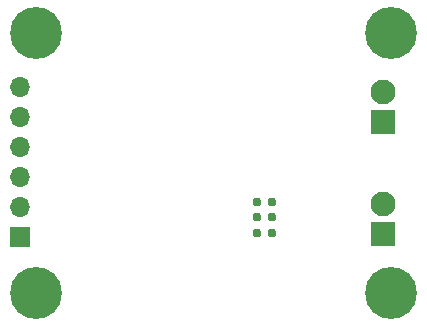
<source format=gbr>
%TF.GenerationSoftware,KiCad,Pcbnew,7.0.2-0*%
%TF.CreationDate,2023-04-20T17:34:09-07:00*%
%TF.ProjectId,RagGuard_V1,52616747-7561-4726-945f-56312e6b6963,rev?*%
%TF.SameCoordinates,Original*%
%TF.FileFunction,Soldermask,Bot*%
%TF.FilePolarity,Negative*%
%FSLAX46Y46*%
G04 Gerber Fmt 4.6, Leading zero omitted, Abs format (unit mm)*
G04 Created by KiCad (PCBNEW 7.0.2-0) date 2023-04-20 17:34:09*
%MOMM*%
%LPD*%
G01*
G04 APERTURE LIST*
%ADD10C,2.600000*%
%ADD11C,4.400000*%
%ADD12R,2.100000X2.100000*%
%ADD13C,2.100000*%
%ADD14C,0.770000*%
%ADD15R,1.700000X1.700000*%
%ADD16O,1.700000X1.700000*%
G04 APERTURE END LIST*
D10*
%TO.C,REF\u002A\u002A*%
X213000000Y-148000000D03*
D11*
X213000000Y-148000000D03*
%TD*%
D12*
%TO.C,J1*%
X212365644Y-133542264D03*
D13*
X212365644Y-131002264D03*
%TD*%
D14*
%TO.C,U3*%
X201700000Y-140275981D03*
X201700000Y-141575981D03*
X201700000Y-142875981D03*
X203000000Y-140275981D03*
X203000000Y-141575981D03*
X203000000Y-142875981D03*
%TD*%
D10*
%TO.C,REF\u002A\u002A*%
X183000000Y-126000000D03*
D11*
X183000000Y-126000000D03*
%TD*%
D10*
%TO.C,REF\u002A\u002A*%
X183000000Y-148000000D03*
D11*
X183000000Y-148000000D03*
%TD*%
D10*
%TO.C,REF\u002A\u002A*%
X213000000Y-126000000D03*
D11*
X213000000Y-126000000D03*
%TD*%
D12*
%TO.C,J2*%
X212382475Y-143000000D03*
D13*
X212382475Y-140460000D03*
%TD*%
D15*
%TO.C,J4*%
X181640422Y-143263047D03*
D16*
X181640422Y-140723047D03*
X181640422Y-138183047D03*
X181640422Y-135643047D03*
X181640422Y-133103047D03*
X181640422Y-130563047D03*
%TD*%
M02*

</source>
